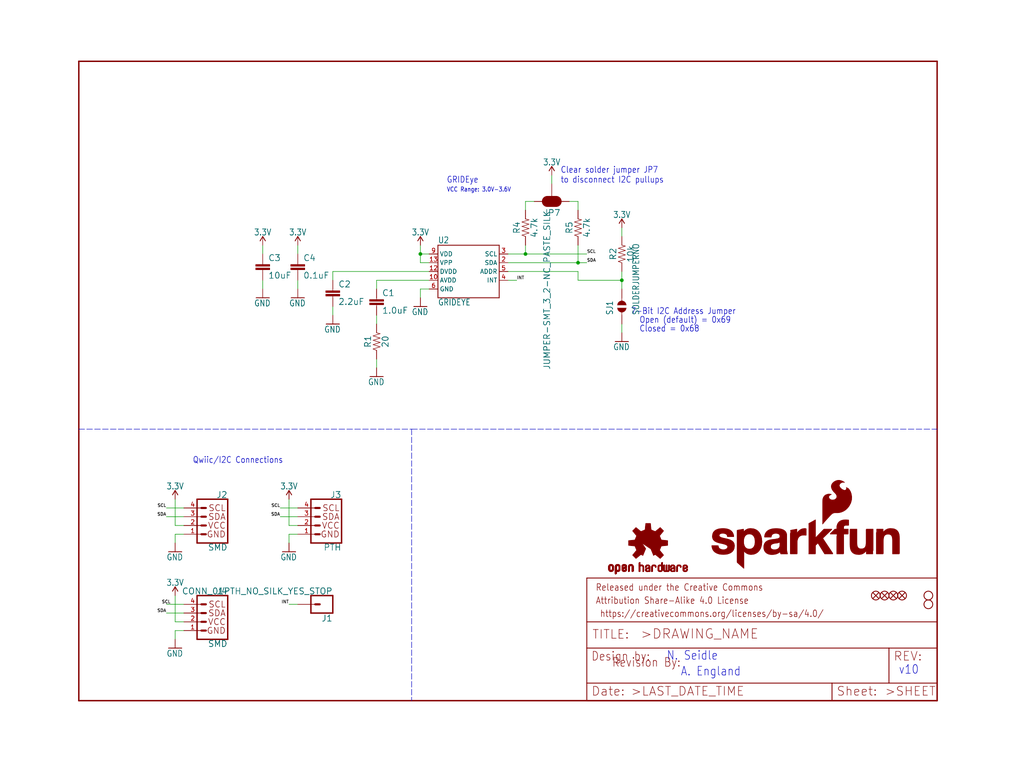
<source format=kicad_sch>
(kicad_sch (version 20211123) (generator eeschema)
  (paper "User" 297.002 223.926)
  (lib_symbols
    (symbol "eagleSchem-eagle-import:0.1UF-0603-25V-(+80{slash}-20%)"
      (property "Reference" "C" (at 1.524 2.921 0))
      (property "Value" "0.1UF-0603-25V-(+80{slash}-20%)" (at 1.524 -2.159 0))
      (symbol "0.1UF-0603-25V-(+80{slash}-20%)_1_0"
        (pin passive line (at 0 5.08 270) (length 2.54) (name "1") (number "1"))
        (pin passive line (at 0 -2.54 90) (length 2.54) (name "2") (number "2"))
      )
    )
    (symbol "eagleSchem-eagle-import:1.0UF-0603-16V-10%"
      (property "Reference" "C" (at 1.524 2.921 0))
      (property "Value" "1.0UF-0603-16V-10%" (at 1.524 -2.159 0))
      (symbol "1.0UF-0603-16V-10%_1_0"
        (pin passive line (at 0 5.08 270) (length 2.54) (name "1") (number "1"))
        (pin passive line (at 0 -2.54 90) (length 2.54) (name "2") (number "2"))
      )
    )
    (symbol "eagleSchem-eagle-import:10KOHM-0603-1{slash}10W-1%"
      (property "Reference" "R" (at 0 1.524 0))
      (property "Value" "10KOHM-0603-1{slash}10W-1%" (at 0 -1.524 0))
      (symbol "10KOHM-0603-1{slash}10W-1%_1_0"
        (pin passive line (at -5.08 0 0) (length 2.54) (name "1") (number "1"))
        (pin passive line (at 5.08 0 180) (length 2.54) (name "2") (number "2"))
      )
    )
    (symbol "eagleSchem-eagle-import:10UF-0603-6.3V-20%"
      (property "Reference" "C" (at 1.524 2.921 0))
      (property "Value" "10UF-0603-6.3V-20%" (at 1.524 -2.159 0))
      (symbol "10UF-0603-6.3V-20%_1_0"
        (pin passive line (at 0 5.08 270) (length 2.54) (name "1") (number "1"))
        (pin passive line (at 0 -2.54 90) (length 2.54) (name "2") (number "2"))
      )
    )
    (symbol "eagleSchem-eagle-import:2.2UF-0603-10V-20%"
      (property "Reference" "C" (at 1.524 2.921 0))
      (property "Value" "2.2UF-0603-10V-20%" (at 1.524 -2.159 0))
      (symbol "2.2UF-0603-10V-20%_1_0"
        (pin passive line (at 0 5.08 270) (length 2.54) (name "1") (number "1"))
        (pin passive line (at 0 -2.54 90) (length 2.54) (name "2") (number "2"))
      )
    )
    (symbol "eagleSchem-eagle-import:20OHM-0603-1{slash}10W-1%"
      (property "Reference" "R" (at 0 1.524 0))
      (property "Value" "20OHM-0603-1{slash}10W-1%" (at 0 -1.524 0))
      (symbol "20OHM-0603-1{slash}10W-1%_1_0"
        (pin passive line (at -5.08 0 0) (length 2.54) (name "1") (number "1"))
        (pin passive line (at 5.08 0 180) (length 2.54) (name "2") (number "2"))
      )
    )
    (symbol "eagleSchem-eagle-import:3.3V" (power)
      (property "Value" "3.3V" (at 0 2.794 0))
      (symbol "3.3V_1_0"
        (pin power_in line (at 0 0 90) (length 2.54) (name "3.3V") (number "1"))
      )
    )
    (symbol "eagleSchem-eagle-import:4.7KOHM-0603-1{slash}10W-1%"
      (property "Reference" "R" (at 0 1.524 0))
      (property "Value" "4.7KOHM-0603-1{slash}10W-1%" (at 0 -1.524 0))
      (symbol "4.7KOHM-0603-1{slash}10W-1%_1_0"
        (pin passive line (at -5.08 0 0) (length 2.54) (name "1") (number "1"))
        (pin passive line (at 5.08 0 180) (length 2.54) (name "2") (number "2"))
      )
    )
    (symbol "eagleSchem-eagle-import:CONN_01PTH_NO_SILK_YES_STOP"
      (property "Reference" "J" (at -2.54 3.048 0))
      (property "Value" "CONN_01PTH_NO_SILK_YES_STOP" (at -2.54 -4.826 0))
      (symbol "CONN_01PTH_NO_SILK_YES_STOP_1_0"
        (pin passive line (at 7.62 0 180) (length 5.08) (name "1") (number "1"))
      )
    )
    (symbol "eagleSchem-eagle-import:FIDUCIALUFIDUCIAL")
    (symbol "eagleSchem-eagle-import:FRAME-LETTER"
      (symbol "FRAME-LETTER_2_0"
        (text " https://creativecommons.org/licenses/by-sa/4.0/" (at 2.54 24.13 0) (effects (font (size 1.9304 1.6408)) (justify left bottom)))
        (text ">DRAWING_NAME" (at 15.494 17.78 0) (effects (font (size 2.7432 2.7432)) (justify left bottom)))
        (text ">LAST_DATE_TIME" (at 12.7 1.27 0) (effects (font (size 2.54 2.54)) (justify left bottom)))
        (text ">SHEET" (at 86.36 1.27 0) (effects (font (size 2.54 2.54)) (justify left bottom)))
        (text "Attribution Share-Alike 4.0 License" (at 2.54 27.94 0) (effects (font (size 1.9304 1.6408)) (justify left bottom)))
        (text "Date:" (at 1.27 1.27 0) (effects (font (size 2.54 2.54)) (justify left bottom)))
        (text "Design by:" (at 1.27 11.43 0) (effects (font (size 2.54 2.159)) (justify left bottom)))
        (text "Released under the Creative Commons" (at 2.54 31.75 0) (effects (font (size 1.9304 1.6408)) (justify left bottom)))
        (text "REV:" (at 88.9 11.43 0) (effects (font (size 2.54 2.54)) (justify left bottom)))
        (text "Sheet:" (at 72.39 1.27 0) (effects (font (size 2.54 2.54)) (justify left bottom)))
        (text "TITLE:" (at 1.524 17.78 0) (effects (font (size 2.54 2.54)) (justify left bottom)))
      )
    )
    (symbol "eagleSchem-eagle-import:GND" (power)
      (property "Value" "GND" (at -2.54 -2.54 0))
      (symbol "GND_1_0"
        (pin power_in line (at 0 2.54 270) (length 2.54) (name "GND") (number "1"))
      )
    )
    (symbol "eagleSchem-eagle-import:GRIDEYE"
      (property "Reference" "U" (at -7.62 5.588 0))
      (property "Value" "GRIDEYE" (at -7.62 -12.446 0))
      (symbol "GRIDEYE_1_0"
        (pin bidirectional line (at -10.16 -5.08 0) (length 2.54) (name "AVDD") (number "10"))
        (pin bidirectional line (at -10.16 -2.54 0) (length 2.54) (name "DVDD") (number "12"))
        (pin bidirectional line (at -10.16 0 0) (length 2.54) (name "VPP") (number "13"))
        (pin bidirectional line (at 12.7 0 180) (length 2.54) (name "SDA") (number "2"))
        (pin bidirectional line (at 12.7 2.54 180) (length 2.54) (name "SCL") (number "3"))
        (pin bidirectional line (at 12.7 -5.08 180) (length 2.54) (name "INT") (number "4"))
        (pin bidirectional line (at 12.7 -2.54 180) (length 2.54) (name "ADDR") (number "5"))
        (pin bidirectional line (at -10.16 -7.62 0) (length 2.54) (name "GND") (number "6"))
        (pin bidirectional line (at -10.16 2.54 0) (length 2.54) (name "VDD") (number "9"))
      )
    )
    (symbol "eagleSchem-eagle-import:I2C_STANDARDJS-1MM"
      (property "Reference" "J" (at -5.08 7.874 0))
      (property "Value" "I2C_STANDARDJS-1MM" (at -5.08 -5.334 0))
      (symbol "I2C_STANDARDJS-1MM_1_0"
        (text "GND" (at -4.572 -2.54 0) (effects (font (size 1.778 1.778)) (justify left)))
        (text "SCL" (at -4.572 5.08 0) (effects (font (size 1.778 1.778)) (justify left)))
        (text "SDA" (at -4.572 2.54 0) (effects (font (size 1.778 1.778)) (justify left)))
        (text "VCC" (at -4.572 0 0) (effects (font (size 1.778 1.778)) (justify left)))
        (pin power_in line (at 7.62 -2.54 180) (length 5.08) (name "GND") (number "1"))
        (pin power_in line (at 7.62 0 180) (length 5.08) (name "VCC") (number "2"))
        (pin passive line (at 7.62 2.54 180) (length 5.08) (name "SDA") (number "3"))
        (pin passive line (at 7.62 5.08 180) (length 5.08) (name "SCL") (number "4"))
      )
    )
    (symbol "eagleSchem-eagle-import:I2C_STANDARD_NO_SILK"
      (property "Reference" "J" (at -5.08 7.874 0))
      (property "Value" "I2C_STANDARD_NO_SILK" (at -5.08 -5.334 0))
      (symbol "I2C_STANDARD_NO_SILK_1_0"
        (text "GND" (at -4.572 -2.54 0) (effects (font (size 1.778 1.778)) (justify left)))
        (text "SCL" (at -4.572 5.08 0) (effects (font (size 1.778 1.778)) (justify left)))
        (text "SDA" (at -4.572 2.54 0) (effects (font (size 1.778 1.778)) (justify left)))
        (text "VCC" (at -4.572 0 0) (effects (font (size 1.778 1.778)) (justify left)))
        (pin power_in line (at 7.62 -2.54 180) (length 5.08) (name "GND") (number "1"))
        (pin power_in line (at 7.62 0 180) (length 5.08) (name "VCC") (number "2"))
        (pin passive line (at 7.62 2.54 180) (length 5.08) (name "SDA") (number "3"))
        (pin passive line (at 7.62 5.08 180) (length 5.08) (name "SCL") (number "4"))
      )
    )
    (symbol "eagleSchem-eagle-import:JUMPER-SMT_3_2-NC_PASTE_SILK"
      (property "Reference" "JP" (at 2.54 0.381 0))
      (property "Value" "JUMPER-SMT_3_2-NC_PASTE_SILK" (at 2.54 -0.381 0))
      (symbol "JUMPER-SMT_3_2-NC_PASTE_SILK_1_0"
        (pin passive line (at 0 5.08 270) (length 2.54) (name "1") (number "1"))
        (pin passive line (at -5.08 0 0) (length 2.54) (name "2") (number "2"))
        (pin passive line (at 0 -5.08 90) (length 2.54) (name "3") (number "3"))
      )
    )
    (symbol "eagleSchem-eagle-import:OSHW-LOGOMINI")
    (symbol "eagleSchem-eagle-import:REVISION"
      (symbol "REVISION_1_0"
        (text "Revision By: " (at 0 0 0) (effects (font (size 2.54 2.159)) (justify left bottom)))
      )
    )
    (symbol "eagleSchem-eagle-import:SFE_LOGO_NAME.1_INCH")
    (symbol "eagleSchem-eagle-import:SFE_LOGO_NAME_FLAME.1_INCH")
    (symbol "eagleSchem-eagle-import:SOLDERJUMPERNO"
      (property "Reference" "SJ" (at -2.54 2.54 0))
      (property "Value" "SOLDERJUMPERNO" (at -2.54 -5.08 0))
      (symbol "SOLDERJUMPERNO_1_0"
        (pin passive line (at -5.08 0 0) (length 2.54) (name "1") (number "1"))
        (pin passive line (at 5.08 0 180) (length 2.54) (name "2") (number "2"))
      )
    )
    (symbol "eagleSchem-eagle-import:STAND-OFF")
  )
  (junction (at 152.4 73.66))
  (junction (at 180.34 81.28))
  (junction (at 121.92 73.66))
  (junction (at 167.64 76.2))
  (wire (pts (xy 86.36 147.32) (xy 81.28 147.32)))
  (wire (pts (xy 86.36 154.94) (xy 83.82 154.94)))
  (wire (pts (xy 167.64 60.96) (xy 167.64 58.42)))
  (wire (pts (xy 124.46 78.74) (xy 96.52 78.74)))
  (wire (pts (xy 180.34 83.82) (xy 180.34 81.28)))
  (wire (pts (xy 53.34 154.94) (xy 50.8 154.94)))
  (wire (pts (xy 147.32 81.28) (xy 149.86 81.28)))
  (wire (pts (xy 124.46 76.2) (xy 121.92 76.2)))
  (wire (pts (xy 53.34 149.86) (xy 48.26 149.86)))
  (wire (pts (xy 167.64 58.42) (xy 165.1 58.42)))
  (wire (pts (xy 147.32 73.66) (xy 152.4 73.66)))
  (wire (pts (xy 96.52 78.74) (xy 96.52 81.28)))
  (wire (pts (xy 152.4 60.96) (xy 152.4 58.42)))
  (wire (pts (xy 83.82 154.94) (xy 83.82 157.48)))
  (wire (pts (xy 167.64 76.2) (xy 170.18 76.2)))
  (wire (pts (xy 121.92 76.2) (xy 121.92 73.66)))
  (wire (pts (xy 167.64 76.2) (xy 167.64 71.12)))
  (wire (pts (xy 160.02 50.8) (xy 160.02 53.34)))
  (wire (pts (xy 109.22 93.98) (xy 109.22 91.44)))
  (polyline (pts (xy 22.86 124.46) (xy 119.38 124.46)))
  (wire (pts (xy 180.34 96.52) (xy 180.34 93.98)))
  (wire (pts (xy 121.92 83.82) (xy 121.92 86.36)))
  (wire (pts (xy 124.46 81.28) (xy 109.22 81.28)))
  (wire (pts (xy 167.64 78.74) (xy 167.64 81.28)))
  (wire (pts (xy 86.36 81.28) (xy 86.36 83.82)))
  (polyline (pts (xy 119.38 124.46) (xy 271.78 124.46)))
  (wire (pts (xy 121.92 73.66) (xy 121.92 71.12)))
  (wire (pts (xy 76.2 71.12) (xy 76.2 73.66)))
  (wire (pts (xy 53.34 180.34) (xy 50.8 180.34)))
  (wire (pts (xy 86.36 175.26) (xy 83.82 175.26)))
  (polyline (pts (xy 119.38 124.46) (xy 119.38 203.2)))
  (wire (pts (xy 50.8 180.34) (xy 50.8 172.72)))
  (wire (pts (xy 86.36 152.4) (xy 83.82 152.4)))
  (wire (pts (xy 86.36 73.66) (xy 86.36 71.12)))
  (wire (pts (xy 83.82 152.4) (xy 83.82 144.78)))
  (wire (pts (xy 180.34 66.04) (xy 180.34 68.58)))
  (wire (pts (xy 147.32 78.74) (xy 167.64 78.74)))
  (wire (pts (xy 50.8 152.4) (xy 50.8 144.78)))
  (wire (pts (xy 53.34 182.88) (xy 50.8 182.88)))
  (wire (pts (xy 109.22 106.68) (xy 109.22 104.14)))
  (wire (pts (xy 76.2 81.28) (xy 76.2 83.82)))
  (wire (pts (xy 50.8 154.94) (xy 50.8 157.48)))
  (wire (pts (xy 152.4 73.66) (xy 170.18 73.66)))
  (wire (pts (xy 147.32 76.2) (xy 167.64 76.2)))
  (wire (pts (xy 124.46 83.82) (xy 121.92 83.82)))
  (wire (pts (xy 53.34 177.8) (xy 48.26 177.8)))
  (wire (pts (xy 53.34 175.26) (xy 48.26 175.26)))
  (wire (pts (xy 53.34 152.4) (xy 50.8 152.4)))
  (wire (pts (xy 152.4 73.66) (xy 152.4 71.12)))
  (wire (pts (xy 167.64 81.28) (xy 180.34 81.28)))
  (wire (pts (xy 124.46 73.66) (xy 121.92 73.66)))
  (wire (pts (xy 86.36 149.86) (xy 81.28 149.86)))
  (wire (pts (xy 96.52 91.44) (xy 96.52 88.9)))
  (wire (pts (xy 152.4 58.42) (xy 154.94 58.42)))
  (wire (pts (xy 109.22 81.28) (xy 109.22 83.82)))
  (wire (pts (xy 50.8 182.88) (xy 50.8 185.42)))
  (wire (pts (xy 53.34 147.32) (xy 48.26 147.32)))
  (wire (pts (xy 180.34 81.28) (xy 180.34 78.74)))
  (text "Qwiic/I2C Connections" (at 55.88 134.62 180) (effects (font (size 1.778 1.5113)) (justify left bottom)))
  (text "Closed = 0x68" (at 185.42 96.52 180) (effects (font (size 1.778 1.5113)) (justify left bottom)))
  (text "GRIDEye" (at 129.54 53.34 180) (effects (font (size 1.778 1.5113)) (justify left bottom)))
  (text "7-Bit I2C Address Jumper" (at 182.88 91.44 180) (effects (font (size 1.778 1.5113)) (justify left bottom)))
  (text "A. England" (at 197.358 196.342 180) (effects (font (size 2.54 2.159)) (justify left bottom)))
  (text "N. Seidle" (at 193.294 191.77 180) (effects (font (size 2.54 2.159)) (justify left bottom)))
  (text "Open (default) = 0x69" (at 185.42 93.98 180) (effects (font (size 1.778 1.5113)) (justify left bottom)))
  (text "v10" (at 260.604 195.834 180) (effects (font (size 2.54 2.159)) (justify left bottom)))
  (text "Clear solder jumper JP7\nto disconnect I2C pullups" (at 162.56 53.34 180) (effects (font (size 1.778 1.5113)) (justify left bottom)))
  (text "VCC Range: 3.0V-3.6V" (at 129.54 55.88 180) (effects (font (size 1.27 1.0795)) (justify left bottom)))
  (label "SCL" (at 81.28 147.32 180) (effects (font (size 0.889 0.889))))
  (label "SDA" (at 48.26 177.8 180) (effects (font (size 0.889 0.889))))
  (label "INT" (at 83.82 175.26 180) (effects (font (size 0.889 0.889))))
  (label "SCL" (at 48.26 147.32 180) (effects (font (size 0.889 0.889))))
  (label "SCL" (at 170.18 73.66 0) (effects (font (size 0.889 0.889))))
  (label "INT" (at 149.86 81.28 0) (effects (font (size 0.889 0.889))))
  (label "SDA" (at 170.18 76.2 0) (effects (font (size 0.889 0.889))))
  (label "SDA" (at 48.26 149.86 180) (effects (font (size 0.889 0.889))))
  (label "SCL" (at 49.53 175.26 180) (effects (font (size 0.889 0.889))))
  (label "SDA" (at 81.28 149.86 180) (effects (font (size 0.889 0.889))))
  (symbol (lib_id "eagleSchem-eagle-import:FRAME-LETTER") (at 22.86 203.2 0) (unit 1)
    (property "Reference" "FRAME1" (effects hide))
    (property "Value" "FRAME-LETTER" (effects hide))
    (property "Footprint" "eagleSchem:CREATIVE_COMMONS" (effects hide))
  )
  (symbol (lib_id "eagleSchem-eagle-import:SFE_LOGO_NAME_FLAME.1_INCH") (at 205.74 165.1 0) (unit 1)
    (property "Reference" "U$2" (effects hide))
    (property "Value" "SFE_LOGO_NAME_FLAME.1_INCH" (effects hide))
    (property "Footprint" "eagleSchem:SFE_LOGO_NAME_FLAME_.1" (effects hide))
  )
  (symbol (lib_id "eagleSchem-eagle-import:10KOHM-0603-1{slash}10W-1%") (at 180.34 73.66 90) (unit 1)
    (property "Reference" "R2" (at 178.816 73.66 0) (effects (font (size 1.778 1.778)) (justify bottom)))
    (property "Value" "10k" (at 181.864 73.66 0) (effects (font (size 1.778 1.778)) (justify top)))
    (property "Footprint" "eagleSchem:0603" (effects hide))
  )
  (symbol (lib_id "eagleSchem-eagle-import:I2C_STANDARD_NO_SILK") (at 93.98 152.4 0) (mirror y) (unit 1)
    (property "Reference" "J3" (at 99.06 144.526 0) (effects (font (size 1.778 1.778)) (justify left bottom)))
    (property "Value" "PTH" (at 99.06 157.734 0) (effects (font (size 1.778 1.778)) (justify left top)))
    (property "Footprint" "eagleSchem:1X04_NO_SILK" (effects hide))
  )
  (symbol (lib_id "eagleSchem-eagle-import:3.3V") (at 50.8 172.72 0) (unit 1)
    (property "Reference" "#SUPPLY8" (effects hide))
    (property "Value" "3.3V" (at 50.8 169.926 0) (effects (font (size 1.778 1.5113)) (justify bottom)))
    (property "Footprint" "eagleSchem:" (effects hide))
  )
  (symbol (lib_id "eagleSchem-eagle-import:SFE_LOGO_NAME.1_INCH") (at 204.47 164.846 0) (unit 1)
    (property "Reference" "U$1" (effects hide))
    (property "Value" "SFE_LOGO_NAME.1_INCH" (effects hide))
    (property "Footprint" "eagleSchem:SFE_LOGO_NAME_.1" (effects hide))
  )
  (symbol (lib_id "eagleSchem-eagle-import:FIDUCIALUFIDUCIAL") (at 254 172.72 0) (unit 1)
    (property "Reference" "JP2" (effects hide))
    (property "Value" "FIDUCIALUFIDUCIAL" (effects hide))
    (property "Footprint" "eagleSchem:MICRO-FIDUCIAL" (effects hide))
  )
  (symbol (lib_id "eagleSchem-eagle-import:GND") (at 180.34 99.06 0) (unit 1)
    (property "Reference" "#GND2" (effects hide))
    (property "Value" "GND" (at 177.8 101.6 0) (effects (font (size 1.778 1.5113)) (justify left bottom)))
    (property "Footprint" "eagleSchem:" (effects hide))
  )
  (symbol (lib_id "eagleSchem-eagle-import:STAND-OFF") (at 269.24 172.72 0) (unit 1)
    (property "Reference" "JP3" (effects hide))
    (property "Value" "STAND-OFF" (effects hide))
    (property "Footprint" "eagleSchem:STAND-OFF" (effects hide))
  )
  (symbol (lib_id "eagleSchem-eagle-import:JUMPER-SMT_3_2-NC_PASTE_SILK") (at 160.02 58.42 270) (unit 1)
    (property "Reference" "JP7" (at 157.48 62.738 90) (effects (font (size 1.778 1.778)) (justify left bottom)))
    (property "Value" "JUMPER-SMT_3_2-NC_PASTE_SILK" (at 159.639 60.96 0) (effects (font (size 1.778 1.778)) (justify left top)))
    (property "Footprint" "eagleSchem:SMT-JUMPER_3_2-NC_PASTE_SILK" (effects hide))
  )
  (symbol (lib_id "eagleSchem-eagle-import:GND") (at 86.36 86.36 0) (unit 1)
    (property "Reference" "#GND4" (effects hide))
    (property "Value" "GND" (at 83.82 88.9 0) (effects (font (size 1.778 1.5113)) (justify left bottom)))
    (property "Footprint" "eagleSchem:" (effects hide))
  )
  (symbol (lib_id "eagleSchem-eagle-import:I2C_STANDARDJS-1MM") (at 60.96 180.34 0) (mirror y) (unit 1)
    (property "Reference" "J4" (at 66.04 172.466 0) (effects (font (size 1.778 1.778)) (justify left bottom)))
    (property "Value" "SMD" (at 66.04 185.674 0) (effects (font (size 1.778 1.778)) (justify left top)))
    (property "Footprint" "eagleSchem:1X04_1MM_RA" (effects hide))
  )
  (symbol (lib_id "eagleSchem-eagle-import:FIDUCIALUFIDUCIAL") (at 259.08 172.72 0) (unit 1)
    (property "Reference" "JP6" (effects hide))
    (property "Value" "FIDUCIALUFIDUCIAL" (effects hide))
    (property "Footprint" "eagleSchem:MICRO-FIDUCIAL" (effects hide))
  )
  (symbol (lib_id "eagleSchem-eagle-import:GND") (at 121.92 88.9 0) (unit 1)
    (property "Reference" "#GND1" (effects hide))
    (property "Value" "GND" (at 119.38 91.44 0) (effects (font (size 1.778 1.5113)) (justify left bottom)))
    (property "Footprint" "eagleSchem:" (effects hide))
  )
  (symbol (lib_id "eagleSchem-eagle-import:10UF-0603-6.3V-20%") (at 76.2 78.74 0) (unit 1)
    (property "Reference" "C3" (at 77.724 75.819 0) (effects (font (size 1.778 1.778)) (justify left bottom)))
    (property "Value" "10uF" (at 77.724 80.899 0) (effects (font (size 1.778 1.778)) (justify left bottom)))
    (property "Footprint" "eagleSchem:0603" (effects hide))
  )
  (symbol (lib_id "eagleSchem-eagle-import:FIDUCIALUFIDUCIAL") (at 261.62 172.72 0) (unit 1)
    (property "Reference" "JP1" (effects hide))
    (property "Value" "FIDUCIALUFIDUCIAL" (effects hide))
    (property "Footprint" "eagleSchem:MICRO-FIDUCIAL" (effects hide))
  )
  (symbol (lib_id "eagleSchem-eagle-import:OSHW-LOGOMINI") (at 187.96 157.48 0) (unit 1)
    (property "Reference" "LOGO1" (effects hide))
    (property "Value" "OSHW-LOGOMINI" (effects hide))
    (property "Footprint" "eagleSchem:OSHW-LOGO-MINI" (effects hide))
  )
  (symbol (lib_id "eagleSchem-eagle-import:4.7KOHM-0603-1{slash}10W-1%") (at 167.64 66.04 90) (unit 1)
    (property "Reference" "R5" (at 166.116 66.04 0) (effects (font (size 1.778 1.778)) (justify bottom)))
    (property "Value" "4.7k" (at 169.164 66.04 0) (effects (font (size 1.778 1.778)) (justify top)))
    (property "Footprint" "eagleSchem:0603" (effects hide))
  )
  (symbol (lib_id "eagleSchem-eagle-import:GND") (at 96.52 93.98 0) (unit 1)
    (property "Reference" "#GND3" (effects hide))
    (property "Value" "GND" (at 93.98 96.52 0) (effects (font (size 1.778 1.5113)) (justify left bottom)))
    (property "Footprint" "eagleSchem:" (effects hide))
  )
  (symbol (lib_id "eagleSchem-eagle-import:GND") (at 50.8 160.02 0) (unit 1)
    (property "Reference" "#GND6" (effects hide))
    (property "Value" "GND" (at 48.26 162.56 0) (effects (font (size 1.778 1.5113)) (justify left bottom)))
    (property "Footprint" "eagleSchem:" (effects hide))
  )
  (symbol (lib_id "eagleSchem-eagle-import:CONN_01PTH_NO_SILK_YES_STOP") (at 93.98 175.26 180) (unit 1)
    (property "Reference" "J1" (at 96.52 178.308 0) (effects (font (size 1.778 1.778)) (justify left bottom)))
    (property "Value" "CONN_01PTH_NO_SILK_YES_STOP" (at 96.52 170.434 0) (effects (font (size 1.778 1.778)) (justify left bottom)))
    (property "Footprint" "eagleSchem:1X01_NO_SILK" (effects hide))
  )
  (symbol (lib_id "eagleSchem-eagle-import:1.0UF-0603-16V-10%") (at 109.22 88.9 0) (unit 1)
    (property "Reference" "C1" (at 110.744 85.979 0) (effects (font (size 1.778 1.778)) (justify left bottom)))
    (property "Value" "1.0uF" (at 110.744 91.059 0) (effects (font (size 1.778 1.778)) (justify left bottom)))
    (property "Footprint" "eagleSchem:0603" (effects hide))
  )
  (symbol (lib_id "eagleSchem-eagle-import:SOLDERJUMPERNO") (at 180.34 88.9 90) (unit 1)
    (property "Reference" "SJ1" (at 177.8 91.44 0) (effects (font (size 1.778 1.5113)) (justify left bottom)))
    (property "Value" "SOLDERJUMPERNO" (at 185.42 91.44 0) (effects (font (size 1.778 1.5113)) (justify left bottom)))
    (property "Footprint" "eagleSchem:SJ_2S-NO" (effects hide))
  )
  (symbol (lib_id "eagleSchem-eagle-import:GND") (at 50.8 187.96 0) (unit 1)
    (property "Reference" "#GND8" (effects hide))
    (property "Value" "GND" (at 48.26 190.5 0) (effects (font (size 1.778 1.5113)) (justify left bottom)))
    (property "Footprint" "eagleSchem:" (effects hide))
  )
  (symbol (lib_id "eagleSchem-eagle-import:3.3V") (at 50.8 144.78 0) (unit 1)
    (property "Reference" "#SUPPLY4" (effects hide))
    (property "Value" "3.3V" (at 50.8 141.986 0) (effects (font (size 1.778 1.5113)) (justify bottom)))
    (property "Footprint" "eagleSchem:" (effects hide))
  )
  (symbol (lib_id "eagleSchem-eagle-import:3.3V") (at 83.82 144.78 0) (unit 1)
    (property "Reference" "#SUPPLY7" (effects hide))
    (property "Value" "3.3V" (at 83.82 141.986 0) (effects (font (size 1.778 1.5113)) (justify bottom)))
    (property "Footprint" "eagleSchem:" (effects hide))
  )
  (symbol (lib_id "eagleSchem-eagle-import:GND") (at 76.2 86.36 0) (unit 1)
    (property "Reference" "#GND9" (effects hide))
    (property "Value" "GND" (at 73.66 88.9 0) (effects (font (size 1.778 1.5113)) (justify left bottom)))
    (property "Footprint" "eagleSchem:" (effects hide))
  )
  (symbol (lib_id "eagleSchem-eagle-import:GND") (at 109.22 109.22 0) (unit 1)
    (property "Reference" "#GND5" (effects hide))
    (property "Value" "GND" (at 106.68 111.76 0) (effects (font (size 1.778 1.5113)) (justify left bottom)))
    (property "Footprint" "eagleSchem:" (effects hide))
  )
  (symbol (lib_id "eagleSchem-eagle-import:FIDUCIALUFIDUCIAL") (at 256.54 172.72 0) (unit 1)
    (property "Reference" "JP5" (effects hide))
    (property "Value" "FIDUCIALUFIDUCIAL" (effects hide))
    (property "Footprint" "eagleSchem:MICRO-FIDUCIAL" (effects hide))
  )
  (symbol (lib_id "eagleSchem-eagle-import:REVISION") (at 199.136 193.548 180) (unit 1)
    (property "Reference" "LOGO2" (effects hide))
    (property "Value" "REVISION" (effects hide))
    (property "Footprint" "eagleSchem:REVISION" (effects hide))
  )
  (symbol (lib_id "eagleSchem-eagle-import:3.3V") (at 160.02 50.8 0) (unit 1)
    (property "Reference" "#SUPPLY1" (effects hide))
    (property "Value" "3.3V" (at 160.02 48.006 0) (effects (font (size 1.778 1.5113)) (justify bottom)))
    (property "Footprint" "eagleSchem:" (effects hide))
  )
  (symbol (lib_id "eagleSchem-eagle-import:GND") (at 83.82 160.02 0) (unit 1)
    (property "Reference" "#GND7" (effects hide))
    (property "Value" "GND" (at 81.28 162.56 0) (effects (font (size 1.778 1.5113)) (justify left bottom)))
    (property "Footprint" "eagleSchem:" (effects hide))
  )
  (symbol (lib_id "eagleSchem-eagle-import:4.7KOHM-0603-1{slash}10W-1%") (at 152.4 66.04 90) (unit 1)
    (property "Reference" "R4" (at 150.876 66.04 0) (effects (font (size 1.778 1.778)) (justify bottom)))
    (property "Value" "4.7k" (at 153.924 66.04 0) (effects (font (size 1.778 1.778)) (justify top)))
    (property "Footprint" "eagleSchem:0603" (effects hide))
  )
  (symbol (lib_id "eagleSchem-eagle-import:20OHM-0603-1{slash}10W-1%") (at 109.22 99.06 90) (unit 1)
    (property "Reference" "R1" (at 107.696 99.06 0) (effects (font (size 1.778 1.778)) (justify bottom)))
    (property "Value" "20" (at 110.744 99.06 0) (effects (font (size 1.778 1.778)) (justify top)))
    (property "Footprint" "eagleSchem:0603" (effects hide))
  )
  (symbol (lib_id "eagleSchem-eagle-import:3.3V") (at 121.92 71.12 0) (unit 1)
    (property "Reference" "#SUPPLY3" (effects hide))
    (property "Value" "3.3V" (at 121.92 68.326 0) (effects (font (size 1.778 1.5113)) (justify bottom)))
    (property "Footprint" "eagleSchem:" (effects hide))
  )
  (symbol (lib_id "eagleSchem-eagle-import:0.1UF-0603-25V-(+80{slash}-20%)") (at 86.36 78.74 0) (unit 1)
    (property "Reference" "C4" (at 87.884 75.819 0) (effects (font (size 1.778 1.778)) (justify left bottom)))
    (property "Value" "0.1uF" (at 87.884 80.899 0) (effects (font (size 1.778 1.778)) (justify left bottom)))
    (property "Footprint" "eagleSchem:0603" (effects hide))
  )
  (symbol (lib_id "eagleSchem-eagle-import:GRIDEYE") (at 134.62 76.2 0) (unit 1)
    (property "Reference" "U2" (at 127 70.612 0) (effects (font (size 1.778 1.5113)) (justify left bottom)))
    (property "Value" "GRIDEYE" (at 127 88.646 0) (effects (font (size 1.778 1.5113)) (justify left bottom)))
    (property "Footprint" "eagleSchem:GRIDEYE-AMG88" (effects hide))
  )
  (symbol (lib_id "eagleSchem-eagle-import:FRAME-LETTER") (at 170.18 203.2 0) (unit 2)
    (property "Reference" "FRAME1" (effects hide))
    (property "Value" "FRAME-LETTER" (effects hide))
    (property "Footprint" "eagleSchem:CREATIVE_COMMONS" (effects hide))
  )
  (symbol (lib_id "eagleSchem-eagle-import:2.2UF-0603-10V-20%") (at 96.52 86.36 0) (unit 1)
    (property "Reference" "C2" (at 98.044 83.439 0) (effects (font (size 1.778 1.778)) (justify left bottom)))
    (property "Value" "2.2uF" (at 98.044 88.519 0) (effects (font (size 1.778 1.778)) (justify left bottom)))
    (property "Footprint" "eagleSchem:0603" (effects hide))
  )
  (symbol (lib_id "eagleSchem-eagle-import:STAND-OFF") (at 269.24 175.26 0) (unit 1)
    (property "Reference" "JP4" (effects hide))
    (property "Value" "STAND-OFF" (effects hide))
    (property "Footprint" "eagleSchem:STAND-OFF" (effects hide))
  )
  (symbol (lib_id "eagleSchem-eagle-import:3.3V") (at 76.2 71.12 0) (unit 1)
    (property "Reference" "#SUPPLY6" (effects hide))
    (property "Value" "3.3V" (at 76.2 68.326 0) (effects (font (size 1.778 1.5113)) (justify bottom)))
    (property "Footprint" "eagleSchem:" (effects hide))
  )
  (symbol (lib_id "eagleSchem-eagle-import:3.3V") (at 86.36 71.12 0) (unit 1)
    (property "Reference" "#SUPPLY5" (effects hide))
    (property "Value" "3.3V" (at 86.36 68.326 0) (effects (font (size 1.778 1.5113)) (justify bottom)))
    (property "Footprint" "eagleSchem:" (effects hide))
  )
  (symbol (lib_id "eagleSchem-eagle-import:3.3V") (at 180.34 66.04 0) (unit 1)
    (property "Reference" "#SUPPLY2" (effects hide))
    (property "Value" "3.3V" (at 180.34 63.246 0) (effects (font (size 1.778 1.5113)) (justify bottom)))
    (property "Footprint" "eagleSchem:" (effects hide))
  )
  (symbol (lib_id "eagleSchem-eagle-import:I2C_STANDARDJS-1MM") (at 60.96 152.4 0) (mirror y) (unit 1)
    (property "Reference" "J2" (at 66.04 144.526 0) (effects (font (size 1.778 1.778)) (justify left bottom)))
    (property "Value" "SMD" (at 66.04 157.734 0) (effects (font (size 1.778 1.778)) (justify left top)))
    (property "Footprint" "eagleSchem:1X04_1MM_RA" (effects hide))
  )
)
</source>
